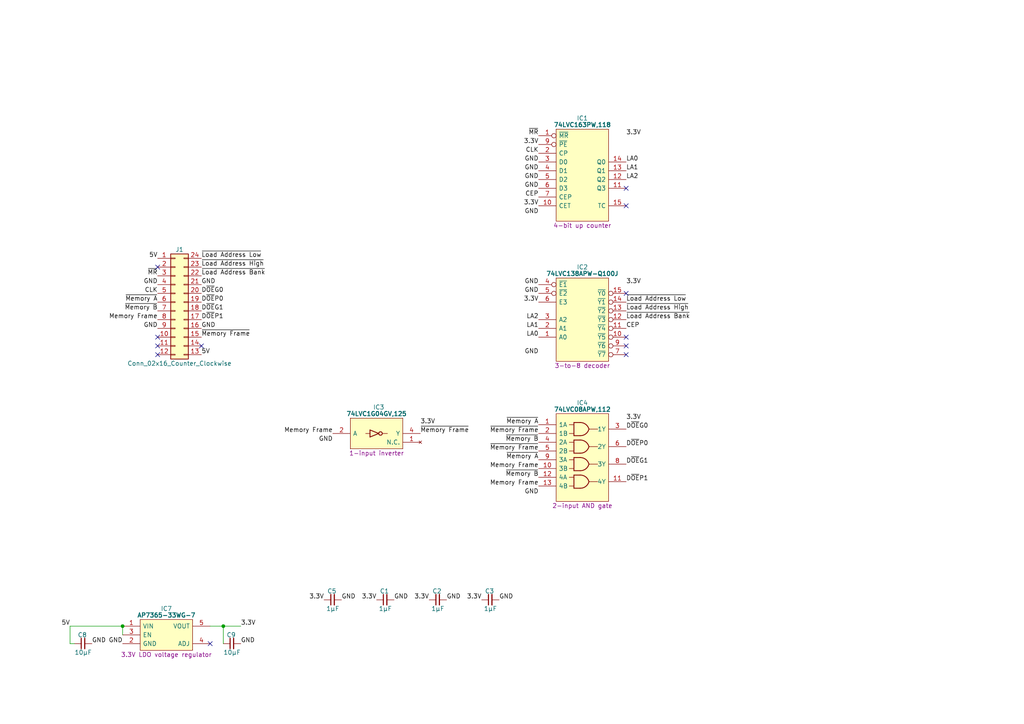
<source format=kicad_sch>
(kicad_sch (version 20230121) (generator eeschema)
  (paper "A4")
  (title_block (title "Video Main Memory Select") (date "2024-03-06") (rev "V0"))
  (lib_symbols
    (symbol "Connector_Generic:Conn_02x12_Counter_Clockwise" (pin_names (offset 1.016) hide)
      (property "Reference" "J" (at 1.27 15.24 0))
      (property "Value" "Conn_02x12_Counter_Clockwise" (at 1.27 -17.78 0))
      (symbol "Conn_02x12_Counter_Clockwise_1_1"
        (rectangle (start -1.27 -15.113) (end 0 -15.367) (stroke (width 0.1524)))
        (rectangle (start -1.27 -12.573) (end 0 -12.827) (stroke (width 0.1524)))
        (rectangle (start -1.27 -10.033) (end 0 -10.287) (stroke (width 0.1524)))
        (rectangle (start -1.27 -7.493) (end 0 -7.747) (stroke (width 0.1524)))
        (rectangle (start -1.27 -4.953) (end 0 -5.207) (stroke (width 0.1524)))
        (rectangle (start -1.27 -2.413) (end 0 -2.667) (stroke (width 0.1524)))
        (rectangle (start -1.27 0.127) (end 0 -0.127) (stroke (width 0.1524)))
        (rectangle (start -1.27 2.667) (end 0 2.413) (stroke (width 0.1524)))
        (rectangle (start -1.27 5.207) (end 0 4.953) (stroke (width 0.1524)))
        (rectangle (start -1.27 7.747) (end 0 7.493) (stroke (width 0.1524)))
        (rectangle (start -1.27 10.287) (end 0 10.033) (stroke (width 0.1524)))
        (rectangle (start -1.27 12.827) (end 0 12.573) (stroke (width 0.1524)))
        (rectangle (start -1.27 13.97) (end 3.81 -16.51) (stroke (width 0.254)) (fill (type background)))
        (rectangle (start 3.81 -15.113) (end 2.54 -15.367) (stroke (width 0.1524)))
        (rectangle (start 3.81 -12.573) (end 2.54 -12.827) (stroke (width 0.1524)))
        (rectangle (start 3.81 -10.033) (end 2.54 -10.287) (stroke (width 0.1524)))
        (rectangle (start 3.81 -7.493) (end 2.54 -7.747) (stroke (width 0.1524)))
        (rectangle (start 3.81 -4.953) (end 2.54 -5.207) (stroke (width 0.1524)))
        (rectangle (start 3.81 -2.413) (end 2.54 -2.667) (stroke (width 0.1524)))
        (rectangle (start 3.81 0.127) (end 2.54 -0.127) (stroke (width 0.1524)))
        (rectangle (start 3.81 2.667) (end 2.54 2.413) (stroke (width 0.1524)))
        (rectangle (start 3.81 5.207) (end 2.54 4.953) (stroke (width 0.1524)))
        (rectangle (start 3.81 7.747) (end 2.54 7.493) (stroke (width 0.1524)))
        (rectangle (start 3.81 10.287) (end 2.54 10.033) (stroke (width 0.1524)))
        (rectangle (start 3.81 12.827) (end 2.54 12.573) (stroke (width 0.1524)))
        (pin passive line (at -5.08 12.7 0) (length 3.81) (name "Pin_1") (number "1"))
        (pin passive line (at -5.08 -10.16 0) (length 3.81) (name "Pin_10") (number "10"))
        (pin passive line (at -5.08 -12.7 0) (length 3.81) (name "Pin_11") (number "11"))
        (pin passive line (at -5.08 -15.24 0) (length 3.81) (name "Pin_12") (number "12"))
        (pin passive line (at 7.62 -15.24 180) (length 3.81) (name "Pin_13") (number "13"))
        (pin passive line (at 7.62 -12.7 180) (length 3.81) (name "Pin_14") (number "14"))
        (pin passive line (at 7.62 -10.16 180) (length 3.81) (name "Pin_15") (number "15"))
        (pin passive line (at 7.62 -7.62 180) (length 3.81) (name "Pin_16") (number "16"))
        (pin passive line (at 7.62 -5.08 180) (length 3.81) (name "Pin_17") (number "17"))
        (pin passive line (at 7.62 -2.54 180) (length 3.81) (name "Pin_18") (number "18"))
        (pin passive line (at 7.62 0 180) (length 3.81) (name "Pin_19") (number "19"))
        (pin passive line (at -5.08 10.16 0) (length 3.81) (name "Pin_2") (number "2"))
        (pin passive line (at 7.62 2.54 180) (length 3.81) (name "Pin_20") (number "20"))
        (pin passive line (at 7.62 5.08 180) (length 3.81) (name "Pin_21") (number "21"))
        (pin passive line (at 7.62 7.62 180) (length 3.81) (name "Pin_22") (number "22"))
        (pin passive line (at 7.62 10.16 180) (length 3.81) (name "Pin_23") (number "23"))
        (pin passive line (at 7.62 12.7 180) (length 3.81) (name "Pin_24") (number "24"))
        (pin passive line (at -5.08 7.62 0) (length 3.81) (name "Pin_3") (number "3"))
        (pin passive line (at -5.08 5.08 0) (length 3.81) (name "Pin_4") (number "4"))
        (pin passive line (at -5.08 2.54 0) (length 3.81) (name "Pin_5") (number "5"))
        (pin passive line (at -5.08 0 0) (length 3.81) (name "Pin_6") (number "6"))
        (pin passive line (at -5.08 -2.54 0) (length 3.81) (name "Pin_7") (number "7"))
        (pin passive line (at -5.08 -5.08 0) (length 3.81) (name "Pin_8") (number "8"))
        (pin passive line (at -5.08 -7.62 0) (length 3.81) (name "Pin_9") (number "9"))
      )
    )
    (symbol "Diodes_Inc:AP7365-33WG-7" (pin_names (offset 0.762))
      (property "Reference" "IC" (at 12.7 5.08 0))
      (property "Value" "AP7365-33WG-7" (at 12.7 3.175 0))
      (property "Description" "3.3V LDO voltage regulator" (at 12.7 -8.255 0))
      (symbol "AP7365-33WG-7_0_0"
        (pin passive line (at 0 0 0) (length 5.08) (name "VIN") (number "1"))
        (pin passive line (at 0 -5.08 0) (length 5.08) (name "GND") (number "2"))
        (pin input line (at 0 -2.54 0) (length 5.08) (name "EN") (number "3"))
        (pin passive line (at 25.4 -5.08 180) (length 5.08) (name "ADJ") (number "4"))
        (pin passive line (at 25.4 0 180) (length 5.08) (name "VOUT") (number "5"))
      )
      (symbol "AP7365-33WG-7_0_1"
        (polyline (pts (xy 5.08 1.905) (xy 20.32 1.905) (xy 20.32 -6.985) (xy 5.08 -6.985) (xy 5.08 1.905)) (fill (type background)))
      )
    )
    (symbol "HCP65:C_0805" (pin_numbers hide) (pin_names (offset 0.254) hide)
      (property "Reference" "C" (at 2.286 2.54 0))
      (property "Value" "?μF" (at 2.54 -2.54 0))
      (symbol "C_0805_0_1"
        (polyline (pts (xy 1.9685 -1.4605) (xy 1.9685 1.5875)) (stroke (width 0.3048)))
        (polyline (pts (xy 2.9845 -1.4605) (xy 2.9845 1.5875)) (stroke (width 0.3302)))
      )
      (symbol "C_0805_1_1"
        (pin passive line (at 0 0 0) (length 2.032) (name "~") (number "1"))
        (pin passive line (at 5.08 0 180) (length 2.032) (name "~") (number "2"))
      )
    )
    (symbol "Nexperia:74LVC08APW,112" (pin_names (offset 0.762))
      (property "Reference" "IC" (at 12.7 6.35 0))
      (property "Value" "74LVC08APW,112" (at 12.7 4.445 0))
      (property "Description" "2-input AND gate" (at 12.7 -23.495 0))
      (symbol "74LVC08APW,112_0_0"
        (pin input line (at 0 0 0) (length 5.08) (name "1A") (number "1"))
        (pin input line (at 0 -12.7 0) (length 5.08) (name "3B") (number "10"))
        (pin output line (at 25.4 -16.51 180) (length 5.08) (name "4Y") (number "11"))
        (pin input line (at 0 -15.24 0) (length 5.08) (name "4A") (number "12"))
        (pin input line (at 0 -17.78 0) (length 5.08) (name "4B") (number "13"))
        (pin passive line (at 25.4 1.27 180) (length 5.08) hide (name "3V") (number "14"))
        (pin input line (at 0 -2.54 0) (length 5.08) (name "1B") (number "2"))
        (pin passive line (at 25.4 -1.27 180) (length 5.08) (name "1Y") (number "3"))
        (pin input line (at 0 -5.08 0) (length 5.08) (name "2A") (number "4"))
        (pin input line (at 0 -7.62 0) (length 5.08) (name "2B") (number "5"))
        (pin output line (at 25.4 -6.35 180) (length 5.08) (name "2Y") (number "6"))
        (pin passive line (at 0 -20.32 0) (length 5.08) hide (name "GND") (number "7"))
        (pin output line (at 25.4 -11.43 180) (length 5.08) (name "3Y") (number "8"))
        (pin input line (at 0 -10.16 0) (length 5.08) (name "3A") (number "9"))
      )
      (symbol "74LVC08APW,112_0_1"
        (polyline (pts (xy 8.89 -17.78) (xy 10.1599 -17.78)))
        (polyline (pts (xy 8.89 -15.24) (xy 10.1599 -15.24)))
        (polyline (pts (xy 8.89 -12.7) (xy 10.1599 -12.7)))
        (polyline (pts (xy 8.89 -10.16) (xy 10.1599 -10.16)))
        (polyline (pts (xy 8.89 -7.62) (xy 10.1599 -7.62)))
        (polyline (pts (xy 8.89 -5.08) (xy 10.1599 -5.08)))
        (polyline (pts (xy 8.89 -2.54) (xy 10.1599 -2.54)))
        (polyline (pts (xy 8.89 0) (xy 10.1599 0)))
        (polyline (pts (xy 10.248 -14.605) (xy 10.248 -18.415)) (stroke (width 0.254)) (fill (type background)))
        (polyline (pts (xy 10.248 -9.525) (xy 10.248 -13.335)) (stroke (width 0.254)) (fill (type background)))
        (polyline (pts (xy 10.248 -4.445) (xy 10.248 -8.255)) (stroke (width 0.254)) (fill (type background)))
        (polyline (pts (xy 10.248 0.635) (xy 10.248 -3.175)) (stroke (width 0.254)) (fill (type background)))
        (polyline (pts (xy 12.065 -18.415) (xy 10.248 -18.415)) (stroke (width 0.254)) (fill (type background)))
        (polyline (pts (xy 12.065 -14.605) (xy 10.248 -14.605)) (stroke (width 0.254)) (fill (type background)))
        (polyline (pts (xy 12.065 -13.335) (xy 10.248 -13.335)) (stroke (width 0.254)) (fill (type background)))
        (polyline (pts (xy 12.065 -9.525) (xy 10.248 -9.525)) (stroke (width 0.254)) (fill (type background)))
        (polyline (pts (xy 12.065 -8.255) (xy 10.248 -8.255)) (stroke (width 0.254)) (fill (type background)))
        (polyline (pts (xy 12.065 -4.445) (xy 10.248 -4.445)) (stroke (width 0.254)) (fill (type background)))
        (polyline (pts (xy 12.065 -3.175) (xy 10.248 -3.175)) (stroke (width 0.254)) (fill (type background)))
        (polyline (pts (xy 12.065 0.635) (xy 10.248 0.635)) (stroke (width 0.254)) (fill (type background)))
        (polyline (pts (xy 14.605 -16.51) (xy 17.145 -16.51)))
        (polyline (pts (xy 14.605 -11.43) (xy 17.145 -11.43)))
        (polyline (pts (xy 14.605 -6.35) (xy 17.145 -6.35)))
        (polyline (pts (xy 14.605 -1.27) (xy 17.145 -1.27)))
        (polyline (pts (xy 5.08 3.175) (xy 20.32 3.175) (xy 20.32 -22.225) (xy 5.08 -22.225) (xy 5.08 3.175)) (stroke (width 0.1524)) (fill (type background)))
        (arc (start 12.065 -18.415) (mid 13.6634 -17.9004) (end 14.605 -16.51) (stroke (width 0.254)))
        (arc (start 12.065 -13.335) (mid 13.6634 -12.8204) (end 14.605 -11.43) (stroke (width 0.254)))
        (arc (start 12.065 -8.255) (mid 13.6634 -7.7404) (end 14.605 -6.35) (stroke (width 0.254)))
        (arc (start 12.065 -3.175) (mid 13.6634 -2.6604) (end 14.605 -1.27) (stroke (width 0.254)))
        (arc (start 14.605 -16.51) (mid 13.6646 -15.118) (end 12.065 -14.605) (stroke (width 0.254)))
        (arc (start 14.605 -11.43) (mid 13.6646 -10.038) (end 12.065 -9.525) (stroke (width 0.254)))
        (arc (start 14.605 -6.35) (mid 13.6646 -4.958) (end 12.065 -4.445) (stroke (width 0.254)))
        (arc (start 14.605 -1.27) (mid 13.6646 0.122) (end 12.065 0.635) (stroke (width 0.254)))
      )
    )
    (symbol "Nexperia:74LVC138APW-Q100J" (pin_names (offset 0.762))
      (property "Reference" "IC" (at 12.7 3.175 0))
      (property "Value" "74LVC138APW-Q100J" (at 12.7 1.27 0))
      (property "Description" "3-to-8 decoder" (at 12.7 -25.4 0))
      (symbol "74LVC138APW-Q100J_0_0"
        (pin input line (at 0 -17.145 0) (length 5.08) (name "A0") (number "1"))
        (pin output inverted (at 25.4 -17.145 180) (length 5.08) (name "~{Y5}") (number "10"))
        (pin output inverted (at 25.4 -14.605 180) (length 5.08) (name "~{Y4}") (number "11"))
        (pin output inverted (at 25.4 -12.065 180) (length 5.08) (name "~{Y3}") (number "12"))
        (pin output inverted (at 25.4 -9.525 180) (length 5.08) (name "~{Y2}") (number "13"))
        (pin output inverted (at 25.4 -6.985 180) (length 5.08) (name "~{Y1}") (number "14"))
        (pin output inverted (at 25.4 -4.445 180) (length 5.08) (name "~{Y0}") (number "15"))
        (pin passive line (at 25.4 -1.905 180) (length 5.08) hide (name "3V") (number "16"))
        (pin input line (at 0 -14.605 0) (length 5.08) (name "A1") (number "2"))
        (pin input line (at 0 -12.065 0) (length 5.08) (name "A2") (number "3"))
        (pin input line (at 0 -6.985 0) (length 5.08) (name "E3") (number "6"))
        (pin output inverted (at 25.4 -22.225 180) (length 5.08) (name "~{Y7}") (number "7"))
        (pin passive line (at 0 -22.225 0) (length 5.08) hide (name "GND") (number "8"))
        (pin output inverted (at 25.4 -19.685 180) (length 5.08) (name "~{Y6}") (number "9"))
      )
      (symbol "74LVC138APW-Q100J_0_1"
        (polyline (pts (xy 5.08 0) (xy 20.32 0) (xy 20.32 -24.13) (xy 5.08 -24.13) (xy 5.08 0)) (stroke (width 0.1524)) (fill (type background)))
      )
      (symbol "74LVC138APW-Q100J_1_0"
        (pin input inverted (at 0 -1.905 0) (length 5.08) (name "~{E1}") (number "4"))
        (pin input inverted (at 0 -4.445 0) (length 5.08) (name "~{E2}") (number "5"))
      )
    )
    (symbol "Nexperia:74LVC163PW,118" (pin_names (offset 0.762))
      (property "Reference" "IC" (at 12.7 5.08 0))
      (property "Value" "74LVC163PW,118" (at 12.7 3.175 0))
      (property "Description" "4-bit up counter" (at 12.7 -26.035 0))
      (symbol "74LVC163PW,118_0_0"
        (pin input inverted (at 0 0 0) (length 5.08) (name "~{MR}") (number "1"))
        (pin input line (at 0 -20.32 0) (length 5.08) (name "CET") (number "10"))
        (pin output line (at 25.4 -15.24 180) (length 5.08) (name "Q3") (number "11"))
        (pin output line (at 25.4 -12.7 180) (length 5.08) (name "Q2") (number "12"))
        (pin output line (at 25.4 -10.16 180) (length 5.08) (name "Q1") (number "13"))
        (pin output line (at 25.4 -7.62 180) (length 5.08) (name "Q0") (number "14"))
        (pin output line (at 25.4 -20.32 180) (length 5.08) (name "TC") (number "15"))
        (pin passive line (at 25.4 0 180) (length 5.08) hide (name "3V") (number "16"))
        (pin input line (at 0 -5.08 0) (length 5.08) (name "CP") (number "2"))
        (pin input line (at 0 -7.62 0) (length 5.08) (name "D0") (number "3"))
        (pin input line (at 0 -10.16 0) (length 5.08) (name "D1") (number "4"))
        (pin input line (at 0 -12.7 0) (length 5.08) (name "D2") (number "5"))
        (pin input line (at 0 -15.24 0) (length 5.08) (name "D3") (number "6"))
        (pin input line (at 0 -17.78 0) (length 5.08) (name "CEP") (number "7"))
        (pin passive line (at 0 -22.86 0) (length 5.08) hide (name "GND") (number "8"))
        (pin input inverted (at 0 -2.54 0) (length 5.08) (name "~{PE}") (number "9"))
      )
      (symbol "74LVC163PW,118_0_1"
        (polyline (pts (xy 5.08 1.905) (xy 20.32 1.905) (xy 20.32 -24.765) (xy 5.08 -24.765) (xy 5.08 1.905)) (stroke (width 0.1524)) (fill (type background)))
      )
    )
    (symbol "Nexperia:74LVC1G04GV,125" (pin_names (offset 0.762))
      (property "Reference" "IC" (at 13.335 5.08 0))
      (property "Value" "74LVC1G04GV,125" (at 12.7 3.175 0))
      (property "Description" "1-input inverter" (at 12.7 -8.255 0))
      (symbol "74LVC1G04GV,125_0_0"
        (pin no_connect line (at 25.4 -5.08 180) (length 5.08) (name "N.C.") (number "1"))
        (pin input line (at 0 -2.54 0) (length 5.08) (name "A") (number "2"))
        (pin passive line (at 0 -5.08 0) (length 5.08) hide (name "GND") (number "3"))
        (pin output line (at 25.4 -2.54 180) (length 5.08) (name "Y") (number "4"))
        (pin passive line (at 25.4 0 180) (length 5.08) hide (name "3V") (number "5"))
      )
      (symbol "74LVC1G04GV,125_0_1"
        (polyline (pts (xy 9.525 -2.54) (xy 10.7949 -2.54)))
        (polyline (pts (xy 14.351 -2.54) (xy 15.875 -2.54)))
        (polyline (pts (xy 10.795 -3.556) (xy 13.335 -2.54) (xy 10.795 -1.524)) (stroke (width 0.254)))
        (polyline (pts (xy 5.08 1.905) (xy 20.32 1.905) (xy 20.32 -6.985) (xy 5.08 -6.985) (xy 5.08 1.905)) (stroke (width 0.1524)) (fill (type background)))
        (rectangle (start 10.795 -1.524) (end 10.795 -3.556) (stroke (width 0.254)) (fill (type background)))
        (circle (center 13.843 -2.54) (radius 0.508) (stroke (width 0.254)))
      )
    )
  )
  (junction (at 35.56 181.61))
  (junction (at 64.77 181.61))
  (no_connect (at 181.61 59.69))
  (no_connect (at 45.72 77.47))
  (no_connect (at 60.96 186.69))
  (no_connect (at 181.61 97.79))
  (no_connect (at 58.42 100.33))
  (no_connect (at 181.61 102.87))
  (no_connect (at 45.72 100.33))
  (no_connect (at 45.72 97.79))
  (no_connect (at 181.61 100.33))
  (no_connect (at 181.61 85.09))
  (no_connect (at 181.61 54.61))
  (no_connect (at 45.72 102.87))
  (wire (pts (xy 64.77 186.69) (xy 64.77 181.61)))
  (wire (pts (xy 20.32 181.61) (xy 35.56 181.61)))
  (wire (pts (xy 35.56 181.61) (xy 35.56 184.15)))
  (wire (pts (xy 60.96 181.61) (xy 64.77 181.61)))
  (wire (pts (xy 20.32 181.61) (xy 20.32 186.69)))
  (wire (pts (xy 20.32 186.69) (xy 21.59 186.69)))
  (wire (pts (xy 64.77 181.61) (xy 69.85 181.61)))
  (label "Memory Frame" (at 156.21 135.89 180))
  (label "CEP" (at 156.21 57.15 180))
  (label "Memory Frame" (at 96.52 125.73 180))
  (label "D~{OE}P0" (at 181.61 129.54 0))
  (label "GND" (at 129.54 173.99 0))
  (label "3.3V" (at 156.21 59.69 180))
  (label "~{Memory B}" (at 45.72 90.17 180))
  (label "3.3V" (at 181.61 82.55 0))
  (label "CLK" (at 45.72 85.09 180))
  (label "GND" (at 69.85 186.69 0))
  (label "D~{OE}G0" (at 181.61 124.46 0))
  (label "~{Memory B}" (at 156.21 128.27 180))
  (label "GND" (at 156.21 52.07 180))
  (label "CLK" (at 156.21 44.45 180))
  (label "~{Memory A}" (at 156.21 123.19 180))
  (label "LA2" (at 181.61 52.07 0))
  (label "GND" (at 156.21 143.51 180))
  (label "Memory Frame" (at 45.72 92.71 180))
  (label "LA0" (at 181.61 46.99 0))
  (label "GND" (at 26.67 186.69 0))
  (label "5V" (at 20.32 181.61 180))
  (label "LA0" (at 156.21 97.79 180))
  (label "GND" (at 99.06 173.99 0))
  (label "~{Load Address Bank}" (at 181.61 92.71 0))
  (label "3.3V" (at 181.61 121.92 0))
  (label "GND" (at 35.56 186.69 180))
  (label "3.3V" (at 156.21 41.91 180))
  (label "GND" (at 58.42 95.25 0))
  (label "5V" (at 45.72 74.93 180))
  (label "GND" (at 156.21 54.61 180))
  (label "D~{OE}P1" (at 181.61 139.7 0))
  (label "GND" (at 58.42 82.55 0))
  (label "~{Memory Frame}" (at 58.42 97.79 0))
  (label "GND" (at 156.21 85.09 180))
  (label "~{Memory A}" (at 156.21 133.35 180))
  (label "~{Load Address Bank}" (at 58.42 80.01 0))
  (label "3.3V" (at 181.61 39.37 0))
  (label "Memory Frame" (at 156.21 140.97 180))
  (label "D~{OE}P1" (at 58.42 92.71 0))
  (label "~{Load Address Low}" (at 58.42 74.93 0))
  (label "3.3V" (at 93.98 173.99 180))
  (label "GND" (at 156.21 49.53 180))
  (label "D~{OE}G0" (at 58.42 85.09 0))
  (label "~{Memory Frame}" (at 121.92 125.73 0))
  (label "~{Memory A}" (at 45.72 87.63 180))
  (label "D~{OE}P0" (at 58.42 87.63 0))
  (label "D~{OE}G1" (at 58.42 90.17 0))
  (label "~{Load Address Low}" (at 181.61 87.63 0))
  (label "GND" (at 96.52 128.27 180))
  (label "GND" (at 45.72 95.25 180))
  (label "3.3V" (at 124.46 173.99 180))
  (label "3.3V" (at 109.22 173.99 180))
  (label "GND" (at 156.21 102.87 180))
  (label "~{Memory Frame}" (at 156.21 130.81 180))
  (label "3.3V" (at 69.85 181.61 0))
  (label "GND" (at 156.21 62.23 180))
  (label "GND" (at 156.21 46.99 180))
  (label "5V" (at 58.42 102.87 0))
  (label "GND" (at 144.78 173.99 0))
  (label "LA1" (at 156.21 95.25 180))
  (label "GND" (at 114.3 173.99 0))
  (label "~{Memory Frame}" (at 156.21 125.73 180))
  (label "D~{OE}G1" (at 181.61 134.62 0))
  (label "3.3V" (at 121.92 123.19 0))
  (label "3.3V" (at 139.7 173.99 180))
  (label "3.3V" (at 156.21 87.63 180))
  (label "GND" (at 156.21 82.55 180))
  (label "~{Load Address High}" (at 58.42 77.47 0))
  (label "CEP" (at 181.61 95.25 0))
  (label "LA2" (at 156.21 92.71 180))
  (label "~{Memory B}" (at 156.21 138.43 180))
  (label "~{Load Address High}" (at 181.61 90.17 0))
  (label "LA1" (at 181.61 49.53 0))
  (label "~{MR}" (at 45.72 80.01 180))
  (label "GND" (at 45.72 82.55 180))
  (label "~{MR}" (at 156.21 39.37 180))
  (symbol (lib_id "Nexperia:74LVC163PW,118") (at 156.21 39.37 0) (unit 1)
    (property "Reference" "IC1" (at 168.91 34.29 0))
    (property "Value" "74LVC163PW,118" (at 168.91 36.195 0) (effects (font bold)))
    (property "Footprint" "SOP65P640X110-16N" (effects hide))
    (property "Datasheet" "https://assets.nexperia.com/documents/data-sheet/74LVC163.pdf" (effects hide))
    (property "Description" "4-bit up counter" (at 168.91 65.405 0))
    (property "Height" "1.1" (effects hide))
    (property "Mouser Part Number" "771-74LVC163PW-T" (effects hide))
    (property "Mouser Price/Stock" "https://www.mouser.co.uk/ProductDetail/Nexperia/74LVC163PW118?qs=me8TqzrmIYUWRf9xrCNBjw%3D%3D" (effects hide))
    (property "Manufacturer_Name" "Nexperia" (effects hide))
    (property "Manufacturer_Part_Number" "74LVC163PW,118" (effects hide))
    (property "Silkscreen" "74LVC163" (effects hide))
  )
  (symbol (lib_id "HCP65:C_0805") (at 139.7 173.99 0) (unit 1)
    (property "Reference" "C3" (at 141.986 171.45 0))
    (property "Value" "1μF" (at 142.24 176.53 0))
    (property "Footprint" "SamacSys_Parts:C_0805" (effects hide))
  )
  (symbol (lib_id "HCP65:C_0805") (at 109.22 173.99 0) (unit 1)
    (property "Reference" "C1" (at 111.506 171.45 0))
    (property "Value" "1μF" (at 111.76 176.53 0))
    (property "Footprint" "SamacSys_Parts:C_0805" (effects hide))
  )
  (symbol (lib_id "Nexperia:74LVC138APW-Q100J") (at 156.21 80.645 0) (unit 1)
    (property "Reference" "IC2" (at 168.91 77.47 0))
    (property "Value" "74LVC138APW-Q100J" (at 168.91 79.375 0) (effects (font bold)))
    (property "Footprint" "SOP65P640X110-16N" (effects hide))
    (property "Datasheet" "https://assets.nexperia.com/documents/data-sheet/74LVC138A_Q100.pdf" (effects hide))
    (property "Description" "3-to-8 decoder" (at 168.91 106.045 0))
    (property "Height" "1.1" (effects hide))
    (property "Mouser Part Number" "771-74LVC138APWQ100J" (effects hide))
    (property "Mouser Price/Stock" "https://www.mouser.co.uk/ProductDetail/Nexperia/74LVC138APW-Q100J?qs=fi7yB2oewZnXKE82xo%252BhJQ%3D%3D" (effects hide))
    (property "Manufacturer_Name" "Nexperia" (effects hide))
    (property "Manufacturer_Part_Number" "74LVC138APW-Q100J" (effects hide))
    (property "Silkscreen" "74LVC138" (effects hide))
  )
  (symbol (lib_id "Nexperia:74LVC08APW,112") (at 156.21 123.19 0) (unit 1)
    (property "Reference" "IC4" (at 168.91 116.84 0))
    (property "Value" "74LVC08APW,112" (at 168.91 118.745 0) (effects (font bold)))
    (property "Footprint" "SOP65P640X110-14N" (effects hide))
    (property "Datasheet" "https://assets.nexperia.com/documents/data-sheet/74LVC08A.pdf" (effects hide))
    (property "Description" "2-input AND gate" (at 168.91 146.685 0))
    (property "Height" "1.1" (effects hide))
    (property "Manufacturer_Name" "Nexperia" (effects hide))
    (property "Manufacturer_Part_Number" "74LVC08APW,112" (effects hide))
    (property "Mouser Part Number" "771-74LVC08APW" (effects hide))
    (property "Mouser Price/Stock" "https://www.mouser.com/Search/Refine.aspx?Keyword=771-74LVC08APW" (effects hide))
    (property "Silkscreen" "74LVC08" (effects hide))
  )
  (symbol (lib_id "HCP65:C_0805") (at 93.98 173.99 0) (unit 1)
    (property "Reference" "C5" (at 96.266 171.45 0))
    (property "Value" "1μF" (at 96.52 176.53 0))
    (property "Footprint" "SamacSys_Parts:C_0805" (effects hide))
  )
  (symbol (lib_id "HCP65:C_0805") (at 21.59 186.69 0) (unit 1)
    (property "Reference" "C8" (at 23.876 184.15 0))
    (property "Value" "10µF" (at 21.59 189.23 0) (effects (justify left)))
    (property "Footprint" "SamacSys_Parts:C_0805" (effects hide))
  )
  (symbol (lib_id "Nexperia:74LVC1G04GV,125") (at 96.52 123.19 0) (unit 1)
    (property "Reference" "IC3" (at 109.855 118.11 0))
    (property "Value" "74LVC1G04GV,125" (at 109.22 120.015 0) (effects (font bold)))
    (property "Footprint" "SOT95P275X110-5N" (effects hide))
    (property "Datasheet" "https://assets.nexperia.com/documents/data-sheet/74LVC1G04.pdf" (effects hide))
    (property "Description" "1-input inverter" (at 109.22 131.445 0))
    (property "Height" "1.1" (effects hide))
    (property "Manufacturer_Name" "Nexperia" (effects hide))
    (property "Manufacturer_Part_Number" "74LVC1G04GV,125" (effects hide))
    (property "Mouser Part Number" "771-74LVC1G04GV" (effects hide))
    (property "Mouser Price/Stock" "https://www.mouser.co.uk/ProductDetail/Nexperia/74LVC1G04GV125?qs=me8TqzrmIYW6McwMAxl%2F9w%3D%3D" (effects hide))
    (property "Silkscreen" "'1G04" (effects hide))
  )
  (symbol (lib_id "Diodes_Inc:AP7365-33WG-7") (at 35.56 181.61 0) (unit 1)
    (property "Reference" "IC7" (at 48.26 176.53 0))
    (property "Value" "AP7365-33WG-7" (at 48.26 178.435 0) (effects (font bold)))
    (property "Footprint" "SOT95P285X130-5N" (effects hide))
    (property "Datasheet" "https://componentsearchengine.com/Datasheets/1/AP7365-33WG-7.pdf" (effects hide))
    (property "Description" "3.3V LDO voltage regulator" (at 48.26 189.865 0))
    (property "Height" "1.3" (effects hide))
    (property "Manufacturer_Name" "Diodes Inc." (effects hide))
    (property "Manufacturer_Part_Number" "AP7365-33WG-7" (effects hide))
    (property "Mouser Part Number" "621-AP7365-33WG-7" (effects hide))
    (property "Mouser Price/Stock" "https://www.mouser.co.uk/ProductDetail/Diodes-Incorporated/AP7365-33WG-7?qs=abZ1nkZpTuOZFvxvoFPL0w%3D%3D" (effects hide))
    (property "Arrow Part Number" "AP7365-33WG-7" (effects hide))
    (property "Arrow Price/Stock" "https://www.arrow.com/en/products/ap7365-33wg-7/diodes-incorporated?region=nac" (effects hide))
    (property "Silkscreen" "AP7365" (effects hide))
  )
  (symbol (lib_id "HCP65:C_0805") (at 64.77 186.69 0) (unit 1)
    (property "Reference" "C9" (at 67.056 184.15 0))
    (property "Value" "10µF" (at 64.77 189.23 0) (effects (justify left)))
    (property "Footprint" "SamacSys_Parts:C_0805" (effects hide))
  )
  (symbol (lib_id "Connector_Generic:Conn_02x12_Counter_Clockwise") (at 50.8 87.63 0) (unit 1)
    (property "Reference" "J1" (at 52.07 72.39 0))
    (property "Value" "Conn_02x16_Counter_Clockwise" (at 52.07 105.41 0))
    (property "Footprint" "SamacSys_Parts:DIP-24_Board_W15.24mm" (effects hide))
  )
  (symbol (lib_id "HCP65:C_0805") (at 124.46 173.99 0) (unit 1)
    (property "Reference" "C2" (at 126.746 171.45 0))
    (property "Value" "1μF" (at 127 176.53 0))
    (property "Footprint" "SamacSys_Parts:C_0805" (effects hide))
  )
)
</source>
